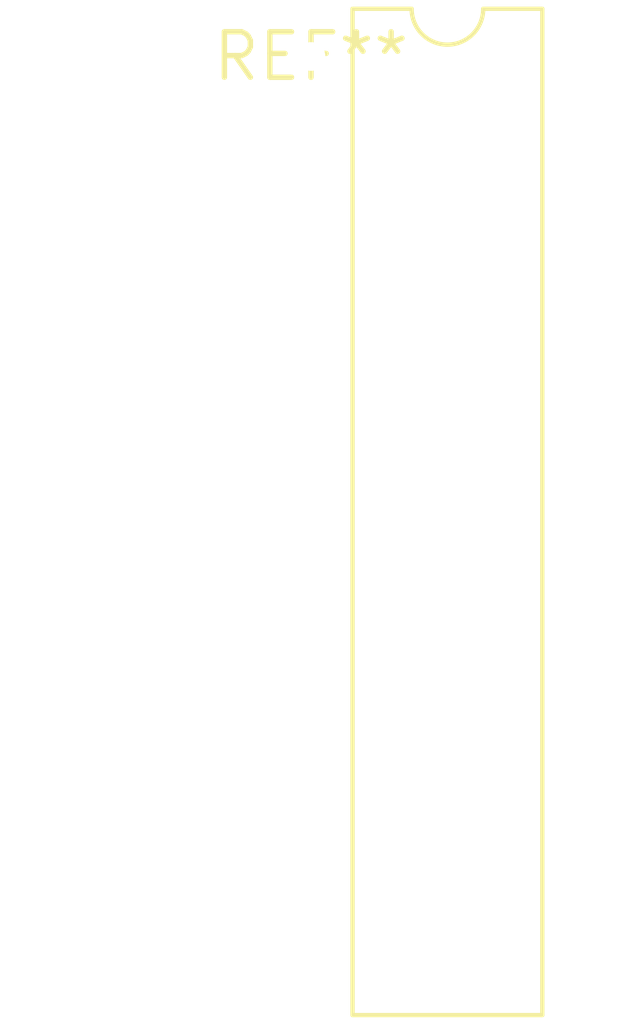
<source format=kicad_pcb>
(kicad_pcb (version 20240108) (generator pcbnew)
  (layers (0 "F.Cu" signal) (31 "B.Cu" signal) (34 "B.Paste" user) (35 "F.Paste" user) (36 "B.SilkS" user "B.Silkscreen") (37 "F.SilkS" user "F.Silkscreen") (38 "B.Mask" user) (39 "F.Mask" user) (44 "Edge.Cuts" user))
  (net 0 "")
  (footprint "DIP-22_W7.62mm" (layer "F.Cu") (at 0 0)
    (property "Reference" "REF**")
    (property "Value" "DIP-22_W7.62mm")
    (fp_line (start 1.16 -1.33) (end 1.16 26.73) (layer "F.SilkS") (stroke (width 0.12)))
    (fp_line (start 1.16 26.73) (end 6.46 26.73) (layer "F.SilkS") (stroke (width 0.12)))
    (fp_line (start 2.81 -1.33) (end 1.16 -1.33) (layer "F.SilkS") (stroke (width 0.12)))
    (fp_line (start 6.46 -1.33) (end 4.81 -1.33) (layer "F.SilkS") (stroke (width 0.12)))
    (fp_line (start 6.46 26.73) (end 6.46 -1.33) (layer "F.SilkS") (stroke (width 0.12)))
    (fp_arc (start 4.81 -1.33) (mid 3.81 -0.33) (end 2.81 -1.33) (layer "F.SilkS") (stroke (width 0.12)))
    (pad "1" thru_hole rect (at 0 0) (size 1.6 1.6) (drill 0.8) (layers *.Cu *.Mask) (remove_unused_layers))
    (pad "2" thru_hole oval (at 0 2.54) (size 1.6 1.6) (drill 0.8) (layers *.Cu *.Mask) (remove_unused_layers))
    (pad "3" thru_hole oval (at 0 5.08) (size 1.6 1.6) (drill 0.8) (layers *.Cu *.Mask) (remove_unused_layers))
    (pad "4" thru_hole oval (at 0 7.62) (size 1.6 1.6) (drill 0.8) (layers *.Cu *.Mask) (remove_unused_layers))
    (pad "5" thru_hole oval (at 0 10.16) (size 1.6 1.6) (drill 0.8) (layers *.Cu *.Mask) (remove_unused_layers))
    (pad "6" thru_hole oval (at 0 12.7) (size 1.6 1.6) (drill 0.8) (layers *.Cu *.Mask) (remove_unused_layers))
    (pad "7" thru_hole oval (at 0 15.24) (size 1.6 1.6) (drill 0.8) (layers *.Cu *.Mask) (remove_unused_layers))
    (pad "8" thru_hole oval (at 0 17.78) (size 1.6 1.6) (drill 0.8) (layers *.Cu *.Mask) (remove_unused_layers))
    (pad "9" thru_hole oval (at 0 20.32) (size 1.6 1.6) (drill 0.8) (layers *.Cu *.Mask) (remove_unused_layers))
    (pad "10" thru_hole oval (at 0 22.86) (size 1.6 1.6) (drill 0.8) (layers *.Cu *.Mask) (remove_unused_layers))
    (pad "11" thru_hole oval (at 0 25.4) (size 1.6 1.6) (drill 0.8) (layers *.Cu *.Mask) (remove_unused_layers))
    (pad "12" thru_hole oval (at 7.62 25.4) (size 1.6 1.6) (drill 0.8) (layers *.Cu *.Mask) (remove_unused_layers))
    (pad "13" thru_hole oval (at 7.62 22.86) (size 1.6 1.6) (drill 0.8) (layers *.Cu *.Mask) (remove_unused_layers))
    (pad "14" thru_hole oval (at 7.62 20.32) (size 1.6 1.6) (drill 0.8) (layers *.Cu *.Mask) (remove_unused_layers))
    (pad "15" thru_hole oval (at 7.62 17.78) (size 1.6 1.6) (drill 0.8) (layers *.Cu *.Mask) (remove_unused_layers))
    (pad "16" thru_hole oval (at 7.62 15.24) (size 1.6 1.6) (drill 0.8) (layers *.Cu *.Mask) (remove_unused_layers))
    (pad "17" thru_hole oval (at 7.62 12.7) (size 1.6 1.6) (drill 0.8) (layers *.Cu *.Mask) (remove_unused_layers))
    (pad "18" thru_hole oval (at 7.62 10.16) (size 1.6 1.6) (drill 0.8) (layers *.Cu *.Mask) (remove_unused_layers))
    (pad "19" thru_hole oval (at 7.62 7.62) (size 1.6 1.6) (drill 0.8) (layers *.Cu *.Mask) (remove_unused_layers))
    (pad "20" thru_hole oval (at 7.62 5.08) (size 1.6 1.6) (drill 0.8) (layers *.Cu *.Mask) (remove_unused_layers))
    (pad "21" thru_hole oval (at 7.62 2.54) (size 1.6 1.6) (drill 0.8) (layers *.Cu *.Mask) (remove_unused_layers))
    (pad "22" thru_hole oval (at 7.62 0) (size 1.6 1.6) (drill 0.8) (layers *.Cu *.Mask) (remove_unused_layers))
  )
)
</source>
